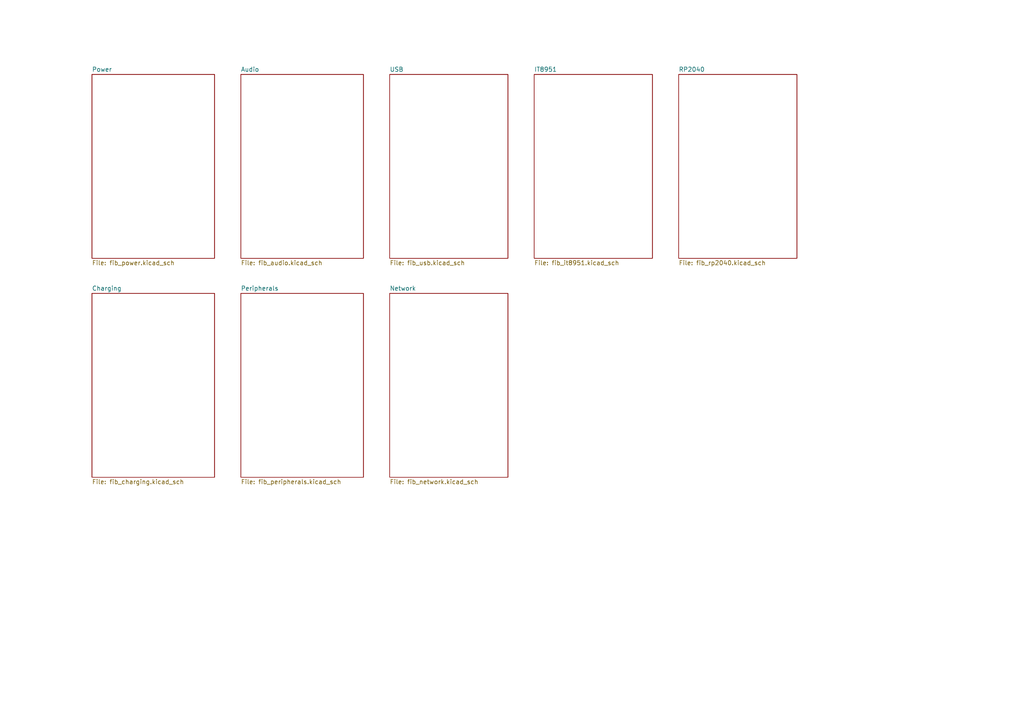
<source format=kicad_sch>
(kicad_sch
	(version 20231120)
	(generator "eeschema")
	(generator_version "8.0")
	(uuid "862c21e2-7ec9-4f80-a33c-aad02ea9423e")
	(paper "A4")
	(lib_symbols)
	(sheet
		(at 69.85 21.59)
		(size 35.56 53.34)
		(fields_autoplaced yes)
		(stroke
			(width 0.1524)
			(type solid)
		)
		(fill
			(color 0 0 0 0.0000)
		)
		(uuid "17f77549-66cc-477f-9c69-749f4f7589f3")
		(property "Sheetname" "Audio"
			(at 69.85 20.8784 0)
			(effects
				(font
					(size 1.27 1.27)
				)
				(justify left bottom)
			)
		)
		(property "Sheetfile" "fib_audio.kicad_sch"
			(at 69.85 75.5146 0)
			(effects
				(font
					(size 1.27 1.27)
				)
				(justify left top)
			)
		)
		(instances
			(project "Fibel2"
				(path "/862c21e2-7ec9-4f80-a33c-aad02ea9423e"
					(page "7")
				)
			)
		)
	)
	(sheet
		(at 26.67 85.09)
		(size 35.56 53.34)
		(fields_autoplaced yes)
		(stroke
			(width 0.1524)
			(type solid)
		)
		(fill
			(color 0 0 0 0.0000)
		)
		(uuid "23d4f4f3-5c09-4966-9bf4-edbe4cd81212")
		(property "Sheetname" "Charging"
			(at 26.67 84.3784 0)
			(effects
				(font
					(size 1.27 1.27)
				)
				(justify left bottom)
			)
		)
		(property "Sheetfile" "fib_charging.kicad_sch"
			(at 26.67 139.0146 0)
			(effects
				(font
					(size 1.27 1.27)
				)
				(justify left top)
			)
		)
		(instances
			(project "Fibel2"
				(path "/862c21e2-7ec9-4f80-a33c-aad02ea9423e"
					(page "3")
				)
			)
		)
	)
	(sheet
		(at 196.85 21.59)
		(size 34.29 53.34)
		(fields_autoplaced yes)
		(stroke
			(width 0.1524)
			(type solid)
		)
		(fill
			(color 0 0 0 0.0000)
		)
		(uuid "32a7c27a-139a-4e74-bd6e-19af0f586a3c")
		(property "Sheetname" "RP2040"
			(at 196.85 20.8784 0)
			(effects
				(font
					(size 1.27 1.27)
				)
				(justify left bottom)
			)
		)
		(property "Sheetfile" "fib_rp2040.kicad_sch"
			(at 196.85 75.5146 0)
			(effects
				(font
					(size 1.27 1.27)
				)
				(justify left top)
			)
		)
		(instances
			(project "Fibel2"
				(path "/862c21e2-7ec9-4f80-a33c-aad02ea9423e"
					(page "6")
				)
			)
		)
	)
	(sheet
		(at 26.67 21.59)
		(size 35.56 53.34)
		(fields_autoplaced yes)
		(stroke
			(width 0.1524)
			(type solid)
		)
		(fill
			(color 0 0 0 0.0000)
		)
		(uuid "7cbf83a4-48a9-4119-ac75-03df93e67514")
		(property "Sheetname" "Power"
			(at 26.67 20.8784 0)
			(effects
				(font
					(size 1.27 1.27)
				)
				(justify left bottom)
			)
		)
		(property "Sheetfile" "fib_power.kicad_sch"
			(at 26.67 75.5146 0)
			(effects
				(font
					(size 1.27 1.27)
				)
				(justify left top)
			)
		)
		(instances
			(project "Fibel2"
				(path "/862c21e2-7ec9-4f80-a33c-aad02ea9423e"
					(page "2")
				)
			)
		)
	)
	(sheet
		(at 113.03 21.59)
		(size 34.29 53.34)
		(fields_autoplaced yes)
		(stroke
			(width 0.1524)
			(type solid)
		)
		(fill
			(color 0 0 0 0.0000)
		)
		(uuid "808bb661-cfbd-4d07-9fcd-6e3520b5f848")
		(property "Sheetname" "USB"
			(at 113.03 20.8784 0)
			(effects
				(font
					(size 1.27 1.27)
				)
				(justify left bottom)
			)
		)
		(property "Sheetfile" "fib_usb.kicad_sch"
			(at 113.03 75.5146 0)
			(effects
				(font
					(size 1.27 1.27)
				)
				(justify left top)
			)
		)
		(instances
			(project "Fibel2"
				(path "/862c21e2-7ec9-4f80-a33c-aad02ea9423e"
					(page "4")
				)
			)
		)
	)
	(sheet
		(at 69.85 85.09)
		(size 35.56 53.34)
		(fields_autoplaced yes)
		(stroke
			(width 0.1524)
			(type solid)
		)
		(fill
			(color 0 0 0 0.0000)
		)
		(uuid "a39c2c52-3412-48a6-9504-27933873c1ba")
		(property "Sheetname" "Peripherals"
			(at 69.85 84.3784 0)
			(effects
				(font
					(size 1.27 1.27)
				)
				(justify left bottom)
			)
		)
		(property "Sheetfile" "fib_peripherals.kicad_sch"
			(at 69.85 139.0146 0)
			(effects
				(font
					(size 1.27 1.27)
				)
				(justify left top)
			)
		)
		(instances
			(project "Fibel2"
				(path "/862c21e2-7ec9-4f80-a33c-aad02ea9423e"
					(page "8")
				)
			)
		)
	)
	(sheet
		(at 113.03 85.09)
		(size 34.29 53.34)
		(fields_autoplaced yes)
		(stroke
			(width 0.1524)
			(type solid)
		)
		(fill
			(color 0 0 0 0.0000)
		)
		(uuid "afa85234-73ed-4fc7-9570-87e781c133e5")
		(property "Sheetname" "Network"
			(at 113.03 84.3784 0)
			(effects
				(font
					(size 1.27 1.27)
				)
				(justify left bottom)
			)
		)
		(property "Sheetfile" "fib_network.kicad_sch"
			(at 113.03 139.0146 0)
			(effects
				(font
					(size 1.27 1.27)
				)
				(justify left top)
			)
		)
		(instances
			(project "Fibel2"
				(path "/862c21e2-7ec9-4f80-a33c-aad02ea9423e"
					(page "9")
				)
			)
		)
	)
	(sheet
		(at 154.94 21.59)
		(size 34.29 53.34)
		(fields_autoplaced yes)
		(stroke
			(width 0.1524)
			(type solid)
		)
		(fill
			(color 0 0 0 0.0000)
		)
		(uuid "f675e573-ac44-4b44-9a27-c607e0e7b48c")
		(property "Sheetname" "IT8951"
			(at 154.94 20.8784 0)
			(effects
				(font
					(size 1.27 1.27)
				)
				(justify left bottom)
			)
		)
		(property "Sheetfile" "fib_it8951.kicad_sch"
			(at 154.94 75.5146 0)
			(effects
				(font
					(size 1.27 1.27)
				)
				(justify left top)
			)
		)
		(instances
			(project "Fibel2"
				(path "/862c21e2-7ec9-4f80-a33c-aad02ea9423e"
					(page "5")
				)
			)
		)
	)
	(sheet_instances
		(path "/"
			(page "1")
		)
	)
)
</source>
